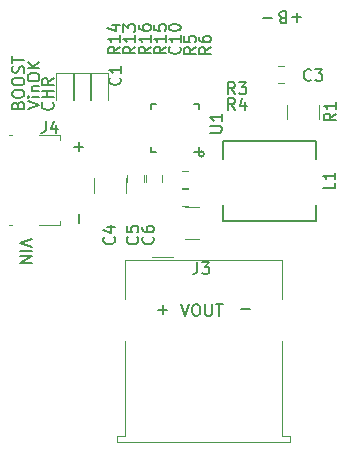
<source format=gbr>
%TF.GenerationSoftware,KiCad,Pcbnew,(5.1.6)-1*%
%TF.CreationDate,2020-10-01T20:51:16-05:00*%
%TF.ProjectId,USB_MP2637,5553425f-4d50-4323-9633-372e6b696361,rev?*%
%TF.SameCoordinates,Original*%
%TF.FileFunction,Legend,Top*%
%TF.FilePolarity,Positive*%
%FSLAX46Y46*%
G04 Gerber Fmt 4.6, Leading zero omitted, Abs format (unit mm)*
G04 Created by KiCad (PCBNEW (5.1.6)-1) date 2020-10-01 20:51:16*
%MOMM*%
%LPD*%
G01*
G04 APERTURE LIST*
%ADD10C,0.150000*%
%ADD11C,0.120000*%
G04 APERTURE END LIST*
D10*
X123103571Y-121021428D02*
X122960714Y-120973809D01*
X122913095Y-120926190D01*
X122865476Y-120830952D01*
X122865476Y-120688095D01*
X122913095Y-120592857D01*
X122960714Y-120545238D01*
X123055952Y-120497619D01*
X123436904Y-120497619D01*
X123436904Y-121497619D01*
X123103571Y-121497619D01*
X123008333Y-121450000D01*
X122960714Y-121402380D01*
X122913095Y-121307142D01*
X122913095Y-121211904D01*
X122960714Y-121116666D01*
X123008333Y-121069047D01*
X123103571Y-121021428D01*
X123436904Y-121021428D01*
X120380952Y-145678571D02*
X119619047Y-145678571D01*
X112971428Y-146130952D02*
X112971428Y-145369047D01*
X113352380Y-145750000D02*
X112590476Y-145750000D01*
X114538095Y-145277380D02*
X114871428Y-146277380D01*
X115204761Y-145277380D01*
X115728571Y-145277380D02*
X115919047Y-145277380D01*
X116014285Y-145325000D01*
X116109523Y-145420238D01*
X116157142Y-145610714D01*
X116157142Y-145944047D01*
X116109523Y-146134523D01*
X116014285Y-146229761D01*
X115919047Y-146277380D01*
X115728571Y-146277380D01*
X115633333Y-146229761D01*
X115538095Y-146134523D01*
X115490476Y-145944047D01*
X115490476Y-145610714D01*
X115538095Y-145420238D01*
X115633333Y-145325000D01*
X115728571Y-145277380D01*
X116585714Y-145277380D02*
X116585714Y-146086904D01*
X116633333Y-146182142D01*
X116680952Y-146229761D01*
X116776190Y-146277380D01*
X116966666Y-146277380D01*
X117061904Y-146229761D01*
X117109523Y-146182142D01*
X117157142Y-146086904D01*
X117157142Y-145277380D01*
X117490476Y-145277380D02*
X118061904Y-145277380D01*
X117776190Y-146277380D02*
X117776190Y-145277380D01*
X103657142Y-128214285D02*
X103704761Y-128261904D01*
X103752380Y-128404761D01*
X103752380Y-128500000D01*
X103704761Y-128642857D01*
X103609523Y-128738095D01*
X103514285Y-128785714D01*
X103323809Y-128833333D01*
X103180952Y-128833333D01*
X102990476Y-128785714D01*
X102895238Y-128738095D01*
X102800000Y-128642857D01*
X102752380Y-128500000D01*
X102752380Y-128404761D01*
X102800000Y-128261904D01*
X102847619Y-128214285D01*
X103752380Y-127785714D02*
X102752380Y-127785714D01*
X103228571Y-127785714D02*
X103228571Y-127214285D01*
X103752380Y-127214285D02*
X102752380Y-127214285D01*
X103752380Y-126166666D02*
X103276190Y-126500000D01*
X103752380Y-126738095D02*
X102752380Y-126738095D01*
X102752380Y-126357142D01*
X102800000Y-126261904D01*
X102847619Y-126214285D01*
X102942857Y-126166666D01*
X103085714Y-126166666D01*
X103180952Y-126214285D01*
X103228571Y-126261904D01*
X103276190Y-126357142D01*
X103276190Y-126738095D01*
X101552380Y-128747619D02*
X102552380Y-128414285D01*
X101552380Y-128080952D01*
X102552380Y-127747619D02*
X101885714Y-127747619D01*
X101552380Y-127747619D02*
X101600000Y-127795238D01*
X101647619Y-127747619D01*
X101600000Y-127700000D01*
X101552380Y-127747619D01*
X101647619Y-127747619D01*
X101885714Y-127271428D02*
X102552380Y-127271428D01*
X101980952Y-127271428D02*
X101933333Y-127223809D01*
X101885714Y-127128571D01*
X101885714Y-126985714D01*
X101933333Y-126890476D01*
X102028571Y-126842857D01*
X102552380Y-126842857D01*
X101552380Y-126176190D02*
X101552380Y-125985714D01*
X101600000Y-125890476D01*
X101695238Y-125795238D01*
X101885714Y-125747619D01*
X102219047Y-125747619D01*
X102409523Y-125795238D01*
X102504761Y-125890476D01*
X102552380Y-125985714D01*
X102552380Y-126176190D01*
X102504761Y-126271428D01*
X102409523Y-126366666D01*
X102219047Y-126414285D01*
X101885714Y-126414285D01*
X101695238Y-126366666D01*
X101600000Y-126271428D01*
X101552380Y-126176190D01*
X102552380Y-125319047D02*
X101552380Y-125319047D01*
X102552380Y-124747619D02*
X101980952Y-125176190D01*
X101552380Y-124747619D02*
X102123809Y-125319047D01*
X100728571Y-128433333D02*
X100776190Y-128290476D01*
X100823809Y-128242857D01*
X100919047Y-128195238D01*
X101061904Y-128195238D01*
X101157142Y-128242857D01*
X101204761Y-128290476D01*
X101252380Y-128385714D01*
X101252380Y-128766666D01*
X100252380Y-128766666D01*
X100252380Y-128433333D01*
X100300000Y-128338095D01*
X100347619Y-128290476D01*
X100442857Y-128242857D01*
X100538095Y-128242857D01*
X100633333Y-128290476D01*
X100680952Y-128338095D01*
X100728571Y-128433333D01*
X100728571Y-128766666D01*
X100252380Y-127576190D02*
X100252380Y-127385714D01*
X100300000Y-127290476D01*
X100395238Y-127195238D01*
X100585714Y-127147619D01*
X100919047Y-127147619D01*
X101109523Y-127195238D01*
X101204761Y-127290476D01*
X101252380Y-127385714D01*
X101252380Y-127576190D01*
X101204761Y-127671428D01*
X101109523Y-127766666D01*
X100919047Y-127814285D01*
X100585714Y-127814285D01*
X100395238Y-127766666D01*
X100300000Y-127671428D01*
X100252380Y-127576190D01*
X100252380Y-126528571D02*
X100252380Y-126338095D01*
X100300000Y-126242857D01*
X100395238Y-126147619D01*
X100585714Y-126100000D01*
X100919047Y-126100000D01*
X101109523Y-126147619D01*
X101204761Y-126242857D01*
X101252380Y-126338095D01*
X101252380Y-126528571D01*
X101204761Y-126623809D01*
X101109523Y-126719047D01*
X100919047Y-126766666D01*
X100585714Y-126766666D01*
X100395238Y-126719047D01*
X100300000Y-126623809D01*
X100252380Y-126528571D01*
X101204761Y-125719047D02*
X101252380Y-125576190D01*
X101252380Y-125338095D01*
X101204761Y-125242857D01*
X101157142Y-125195238D01*
X101061904Y-125147619D01*
X100966666Y-125147619D01*
X100871428Y-125195238D01*
X100823809Y-125242857D01*
X100776190Y-125338095D01*
X100728571Y-125528571D01*
X100680952Y-125623809D01*
X100633333Y-125671428D01*
X100538095Y-125719047D01*
X100442857Y-125719047D01*
X100347619Y-125671428D01*
X100300000Y-125623809D01*
X100252380Y-125528571D01*
X100252380Y-125290476D01*
X100300000Y-125147619D01*
X100252380Y-124861904D02*
X100252380Y-124290476D01*
X101252380Y-124576190D02*
X100252380Y-124576190D01*
X121469047Y-121071428D02*
X122230952Y-121071428D01*
X124328571Y-120619047D02*
X124328571Y-121380952D01*
X123947619Y-121000000D02*
X124709523Y-121000000D01*
X101897619Y-139754761D02*
X100897619Y-140088095D01*
X101897619Y-140421428D01*
X100897619Y-140754761D02*
X101897619Y-140754761D01*
X100897619Y-141230952D02*
X101897619Y-141230952D01*
X100897619Y-141802380D01*
X101897619Y-141802380D01*
X105871428Y-138430952D02*
X105871428Y-137669047D01*
X105494047Y-131971428D02*
X106255952Y-131971428D01*
X105875000Y-132352380D02*
X105875000Y-131590476D01*
D11*
%TO.C,J4*%
X99965000Y-130990000D02*
X100225000Y-130990000D01*
X102505000Y-130990000D02*
X104275000Y-130990000D01*
X104275000Y-130990000D02*
X104275000Y-131370000D01*
X104275000Y-138610000D02*
X102505000Y-138610000D01*
X100225000Y-138610000D02*
X99965000Y-138610000D01*
X104275000Y-138610000D02*
X104275000Y-138230000D01*
%TO.C,D3*%
X108335000Y-127975000D02*
X108335000Y-125690000D01*
X108335000Y-125690000D02*
X106865000Y-125690000D01*
X106865000Y-125690000D02*
X106865000Y-127975000D01*
%TO.C,D2*%
X106885000Y-128000000D02*
X106885000Y-125715000D01*
X106885000Y-125715000D02*
X105415000Y-125715000D01*
X105415000Y-125715000D02*
X105415000Y-128000000D01*
%TO.C,D1*%
X105435000Y-127987500D02*
X105435000Y-125702500D01*
X105435000Y-125702500D02*
X103965000Y-125702500D01*
X103965000Y-125702500D02*
X103965000Y-127987500D01*
%TO.C,R1*%
X123540000Y-128397936D02*
X123540000Y-129602064D01*
X126260000Y-128397936D02*
X126260000Y-129602064D01*
%TO.C,J3*%
X112050000Y-141300000D02*
X113850000Y-141300000D01*
X123760000Y-156480000D02*
X123110000Y-156480000D01*
X109140000Y-156480000D02*
X109140000Y-157000000D01*
X123110000Y-148370000D02*
X123110000Y-156480000D01*
X109140000Y-157000000D02*
X123760000Y-157000000D01*
X123760000Y-157000000D02*
X123760000Y-156480000D01*
X123110000Y-141520000D02*
X123110000Y-144850000D01*
X109790000Y-141520000D02*
X109790000Y-144850000D01*
X109790000Y-141520000D02*
X123110000Y-141520000D01*
X109790000Y-156480000D02*
X109140000Y-156480000D01*
X109790000Y-156480000D02*
X109790000Y-148370000D01*
D10*
%TO.C,U1*%
X116100000Y-132425000D02*
X115650000Y-132425000D01*
X112450000Y-132425000D02*
X112000000Y-132425000D01*
X115650000Y-128325000D02*
X116100000Y-128325000D01*
X112450000Y-128325000D02*
X112000000Y-128325000D01*
X116100000Y-128375000D02*
X116100000Y-128775000D01*
X112000000Y-128375000D02*
X112000000Y-128775000D01*
X112000000Y-132375000D02*
X112000000Y-131975000D01*
X116100000Y-132375000D02*
X116100000Y-131975000D01*
X116473607Y-132575000D02*
G75*
G03*
X116473607Y-132575000I-223607J0D01*
G01*
%TO.C,L1*%
X118050000Y-131475000D02*
X125950000Y-131475000D01*
X125950000Y-138275000D02*
X118050000Y-138275000D01*
X118050000Y-138275000D02*
X118050000Y-136875000D01*
X118050000Y-132975000D02*
X118050000Y-131475000D01*
X125950000Y-138275000D02*
X125950000Y-136875000D01*
X125950000Y-132975000D02*
X125950000Y-131475000D01*
D11*
%TO.C,C9*%
X114616422Y-135540000D02*
X115133578Y-135540000D01*
X114616422Y-136960000D02*
X115133578Y-136960000D01*
%TO.C,C8*%
X114616422Y-134015000D02*
X115133578Y-134015000D01*
X114616422Y-135435000D02*
X115133578Y-135435000D01*
%TO.C,C7*%
X114847936Y-137090000D02*
X116052064Y-137090000D01*
X114847936Y-139810000D02*
X116052064Y-139810000D01*
%TO.C,C6*%
X112960000Y-134391422D02*
X112960000Y-134908578D01*
X111540000Y-134391422D02*
X111540000Y-134908578D01*
%TO.C,C5*%
X111410000Y-134391422D02*
X111410000Y-134908578D01*
X109990000Y-134391422D02*
X109990000Y-134908578D01*
%TO.C,C4*%
X109860000Y-134647936D02*
X109860000Y-135852064D01*
X107140000Y-134647936D02*
X107140000Y-135852064D01*
%TO.C,C3*%
X123258578Y-126585000D02*
X122741422Y-126585000D01*
X123258578Y-125165000D02*
X122741422Y-125165000D01*
%TO.C,J4*%
D10*
X103081666Y-129802380D02*
X103081666Y-130516666D01*
X103034047Y-130659523D01*
X102938809Y-130754761D01*
X102795952Y-130802380D01*
X102700714Y-130802380D01*
X103986428Y-130135714D02*
X103986428Y-130802380D01*
X103748333Y-129754761D02*
X103510238Y-130469047D01*
X104129285Y-130469047D01*
%TO.C,R1*%
X127632380Y-129166666D02*
X127156190Y-129500000D01*
X127632380Y-129738095D02*
X126632380Y-129738095D01*
X126632380Y-129357142D01*
X126680000Y-129261904D01*
X126727619Y-129214285D01*
X126822857Y-129166666D01*
X126965714Y-129166666D01*
X127060952Y-129214285D01*
X127108571Y-129261904D01*
X127156190Y-129357142D01*
X127156190Y-129738095D01*
X127632380Y-128214285D02*
X127632380Y-128785714D01*
X127632380Y-128500000D02*
X126632380Y-128500000D01*
X126775238Y-128595238D01*
X126870476Y-128690476D01*
X126918095Y-128785714D01*
%TO.C,J3*%
X115916666Y-141727380D02*
X115916666Y-142441666D01*
X115869047Y-142584523D01*
X115773809Y-142679761D01*
X115630952Y-142727380D01*
X115535714Y-142727380D01*
X116297619Y-141727380D02*
X116916666Y-141727380D01*
X116583333Y-142108333D01*
X116726190Y-142108333D01*
X116821428Y-142155952D01*
X116869047Y-142203571D01*
X116916666Y-142298809D01*
X116916666Y-142536904D01*
X116869047Y-142632142D01*
X116821428Y-142679761D01*
X116726190Y-142727380D01*
X116440476Y-142727380D01*
X116345238Y-142679761D01*
X116297619Y-142632142D01*
%TO.C,C10*%
X114407142Y-123492857D02*
X114454761Y-123540476D01*
X114502380Y-123683333D01*
X114502380Y-123778571D01*
X114454761Y-123921428D01*
X114359523Y-124016666D01*
X114264285Y-124064285D01*
X114073809Y-124111904D01*
X113930952Y-124111904D01*
X113740476Y-124064285D01*
X113645238Y-124016666D01*
X113550000Y-123921428D01*
X113502380Y-123778571D01*
X113502380Y-123683333D01*
X113550000Y-123540476D01*
X113597619Y-123492857D01*
X114502380Y-122540476D02*
X114502380Y-123111904D01*
X114502380Y-122826190D02*
X113502380Y-122826190D01*
X113645238Y-122921428D01*
X113740476Y-123016666D01*
X113788095Y-123111904D01*
X113502380Y-121921428D02*
X113502380Y-121826190D01*
X113550000Y-121730952D01*
X113597619Y-121683333D01*
X113692857Y-121635714D01*
X113883333Y-121588095D01*
X114121428Y-121588095D01*
X114311904Y-121635714D01*
X114407142Y-121683333D01*
X114454761Y-121730952D01*
X114502380Y-121826190D01*
X114502380Y-121921428D01*
X114454761Y-122016666D01*
X114407142Y-122064285D01*
X114311904Y-122111904D01*
X114121428Y-122159523D01*
X113883333Y-122159523D01*
X113692857Y-122111904D01*
X113597619Y-122064285D01*
X113550000Y-122016666D01*
X113502380Y-121921428D01*
%TO.C,C1*%
X109357142Y-126116666D02*
X109404761Y-126164285D01*
X109452380Y-126307142D01*
X109452380Y-126402380D01*
X109404761Y-126545238D01*
X109309523Y-126640476D01*
X109214285Y-126688095D01*
X109023809Y-126735714D01*
X108880952Y-126735714D01*
X108690476Y-126688095D01*
X108595238Y-126640476D01*
X108500000Y-126545238D01*
X108452380Y-126402380D01*
X108452380Y-126307142D01*
X108500000Y-126164285D01*
X108547619Y-126116666D01*
X109452380Y-125164285D02*
X109452380Y-125735714D01*
X109452380Y-125450000D02*
X108452380Y-125450000D01*
X108595238Y-125545238D01*
X108690476Y-125640476D01*
X108738095Y-125735714D01*
%TO.C,U1*%
X117002380Y-130761904D02*
X117811904Y-130761904D01*
X117907142Y-130714285D01*
X117954761Y-130666666D01*
X118002380Y-130571428D01*
X118002380Y-130380952D01*
X117954761Y-130285714D01*
X117907142Y-130238095D01*
X117811904Y-130190476D01*
X117002380Y-130190476D01*
X118002380Y-129190476D02*
X118002380Y-129761904D01*
X118002380Y-129476190D02*
X117002380Y-129476190D01*
X117145238Y-129571428D01*
X117240476Y-129666666D01*
X117288095Y-129761904D01*
%TO.C,R16*%
X111952380Y-123492857D02*
X111476190Y-123826190D01*
X111952380Y-124064285D02*
X110952380Y-124064285D01*
X110952380Y-123683333D01*
X111000000Y-123588095D01*
X111047619Y-123540476D01*
X111142857Y-123492857D01*
X111285714Y-123492857D01*
X111380952Y-123540476D01*
X111428571Y-123588095D01*
X111476190Y-123683333D01*
X111476190Y-124064285D01*
X111952380Y-122540476D02*
X111952380Y-123111904D01*
X111952380Y-122826190D02*
X110952380Y-122826190D01*
X111095238Y-122921428D01*
X111190476Y-123016666D01*
X111238095Y-123111904D01*
X110952380Y-121683333D02*
X110952380Y-121873809D01*
X111000000Y-121969047D01*
X111047619Y-122016666D01*
X111190476Y-122111904D01*
X111380952Y-122159523D01*
X111761904Y-122159523D01*
X111857142Y-122111904D01*
X111904761Y-122064285D01*
X111952380Y-121969047D01*
X111952380Y-121778571D01*
X111904761Y-121683333D01*
X111857142Y-121635714D01*
X111761904Y-121588095D01*
X111523809Y-121588095D01*
X111428571Y-121635714D01*
X111380952Y-121683333D01*
X111333333Y-121778571D01*
X111333333Y-121969047D01*
X111380952Y-122064285D01*
X111428571Y-122111904D01*
X111523809Y-122159523D01*
%TO.C,R15*%
X113252380Y-123492857D02*
X112776190Y-123826190D01*
X113252380Y-124064285D02*
X112252380Y-124064285D01*
X112252380Y-123683333D01*
X112300000Y-123588095D01*
X112347619Y-123540476D01*
X112442857Y-123492857D01*
X112585714Y-123492857D01*
X112680952Y-123540476D01*
X112728571Y-123588095D01*
X112776190Y-123683333D01*
X112776190Y-124064285D01*
X113252380Y-122540476D02*
X113252380Y-123111904D01*
X113252380Y-122826190D02*
X112252380Y-122826190D01*
X112395238Y-122921428D01*
X112490476Y-123016666D01*
X112538095Y-123111904D01*
X112252380Y-121635714D02*
X112252380Y-122111904D01*
X112728571Y-122159523D01*
X112680952Y-122111904D01*
X112633333Y-122016666D01*
X112633333Y-121778571D01*
X112680952Y-121683333D01*
X112728571Y-121635714D01*
X112823809Y-121588095D01*
X113061904Y-121588095D01*
X113157142Y-121635714D01*
X113204761Y-121683333D01*
X113252380Y-121778571D01*
X113252380Y-122016666D01*
X113204761Y-122111904D01*
X113157142Y-122159523D01*
%TO.C,R14*%
X109352380Y-123492857D02*
X108876190Y-123826190D01*
X109352380Y-124064285D02*
X108352380Y-124064285D01*
X108352380Y-123683333D01*
X108400000Y-123588095D01*
X108447619Y-123540476D01*
X108542857Y-123492857D01*
X108685714Y-123492857D01*
X108780952Y-123540476D01*
X108828571Y-123588095D01*
X108876190Y-123683333D01*
X108876190Y-124064285D01*
X109352380Y-122540476D02*
X109352380Y-123111904D01*
X109352380Y-122826190D02*
X108352380Y-122826190D01*
X108495238Y-122921428D01*
X108590476Y-123016666D01*
X108638095Y-123111904D01*
X108685714Y-121683333D02*
X109352380Y-121683333D01*
X108304761Y-121921428D02*
X109019047Y-122159523D01*
X109019047Y-121540476D01*
%TO.C,R13*%
X110652380Y-123492857D02*
X110176190Y-123826190D01*
X110652380Y-124064285D02*
X109652380Y-124064285D01*
X109652380Y-123683333D01*
X109700000Y-123588095D01*
X109747619Y-123540476D01*
X109842857Y-123492857D01*
X109985714Y-123492857D01*
X110080952Y-123540476D01*
X110128571Y-123588095D01*
X110176190Y-123683333D01*
X110176190Y-124064285D01*
X110652380Y-122540476D02*
X110652380Y-123111904D01*
X110652380Y-122826190D02*
X109652380Y-122826190D01*
X109795238Y-122921428D01*
X109890476Y-123016666D01*
X109938095Y-123111904D01*
X109652380Y-122207142D02*
X109652380Y-121588095D01*
X110033333Y-121921428D01*
X110033333Y-121778571D01*
X110080952Y-121683333D01*
X110128571Y-121635714D01*
X110223809Y-121588095D01*
X110461904Y-121588095D01*
X110557142Y-121635714D01*
X110604761Y-121683333D01*
X110652380Y-121778571D01*
X110652380Y-122064285D01*
X110604761Y-122159523D01*
X110557142Y-122207142D01*
%TO.C,R6*%
X117052380Y-123516666D02*
X116576190Y-123850000D01*
X117052380Y-124088095D02*
X116052380Y-124088095D01*
X116052380Y-123707142D01*
X116100000Y-123611904D01*
X116147619Y-123564285D01*
X116242857Y-123516666D01*
X116385714Y-123516666D01*
X116480952Y-123564285D01*
X116528571Y-123611904D01*
X116576190Y-123707142D01*
X116576190Y-124088095D01*
X116052380Y-122659523D02*
X116052380Y-122850000D01*
X116100000Y-122945238D01*
X116147619Y-122992857D01*
X116290476Y-123088095D01*
X116480952Y-123135714D01*
X116861904Y-123135714D01*
X116957142Y-123088095D01*
X117004761Y-123040476D01*
X117052380Y-122945238D01*
X117052380Y-122754761D01*
X117004761Y-122659523D01*
X116957142Y-122611904D01*
X116861904Y-122564285D01*
X116623809Y-122564285D01*
X116528571Y-122611904D01*
X116480952Y-122659523D01*
X116433333Y-122754761D01*
X116433333Y-122945238D01*
X116480952Y-123040476D01*
X116528571Y-123088095D01*
X116623809Y-123135714D01*
%TO.C,R5*%
X115802380Y-123516666D02*
X115326190Y-123850000D01*
X115802380Y-124088095D02*
X114802380Y-124088095D01*
X114802380Y-123707142D01*
X114850000Y-123611904D01*
X114897619Y-123564285D01*
X114992857Y-123516666D01*
X115135714Y-123516666D01*
X115230952Y-123564285D01*
X115278571Y-123611904D01*
X115326190Y-123707142D01*
X115326190Y-124088095D01*
X114802380Y-122611904D02*
X114802380Y-123088095D01*
X115278571Y-123135714D01*
X115230952Y-123088095D01*
X115183333Y-122992857D01*
X115183333Y-122754761D01*
X115230952Y-122659523D01*
X115278571Y-122611904D01*
X115373809Y-122564285D01*
X115611904Y-122564285D01*
X115707142Y-122611904D01*
X115754761Y-122659523D01*
X115802380Y-122754761D01*
X115802380Y-122992857D01*
X115754761Y-123088095D01*
X115707142Y-123135714D01*
%TO.C,R4*%
X119108333Y-128852380D02*
X118775000Y-128376190D01*
X118536904Y-128852380D02*
X118536904Y-127852380D01*
X118917857Y-127852380D01*
X119013095Y-127900000D01*
X119060714Y-127947619D01*
X119108333Y-128042857D01*
X119108333Y-128185714D01*
X119060714Y-128280952D01*
X119013095Y-128328571D01*
X118917857Y-128376190D01*
X118536904Y-128376190D01*
X119965476Y-128185714D02*
X119965476Y-128852380D01*
X119727380Y-127804761D02*
X119489285Y-128519047D01*
X120108333Y-128519047D01*
%TO.C,R3*%
X119108333Y-127502380D02*
X118775000Y-127026190D01*
X118536904Y-127502380D02*
X118536904Y-126502380D01*
X118917857Y-126502380D01*
X119013095Y-126550000D01*
X119060714Y-126597619D01*
X119108333Y-126692857D01*
X119108333Y-126835714D01*
X119060714Y-126930952D01*
X119013095Y-126978571D01*
X118917857Y-127026190D01*
X118536904Y-127026190D01*
X119441666Y-126502380D02*
X120060714Y-126502380D01*
X119727380Y-126883333D01*
X119870238Y-126883333D01*
X119965476Y-126930952D01*
X120013095Y-126978571D01*
X120060714Y-127073809D01*
X120060714Y-127311904D01*
X120013095Y-127407142D01*
X119965476Y-127454761D01*
X119870238Y-127502380D01*
X119584523Y-127502380D01*
X119489285Y-127454761D01*
X119441666Y-127407142D01*
%TO.C,L1*%
X127552380Y-135016666D02*
X127552380Y-135492857D01*
X126552380Y-135492857D01*
X127552380Y-134159523D02*
X127552380Y-134730952D01*
X127552380Y-134445238D02*
X126552380Y-134445238D01*
X126695238Y-134540476D01*
X126790476Y-134635714D01*
X126838095Y-134730952D01*
%TO.C,C6*%
X112157142Y-139591666D02*
X112204761Y-139639285D01*
X112252380Y-139782142D01*
X112252380Y-139877380D01*
X112204761Y-140020238D01*
X112109523Y-140115476D01*
X112014285Y-140163095D01*
X111823809Y-140210714D01*
X111680952Y-140210714D01*
X111490476Y-140163095D01*
X111395238Y-140115476D01*
X111300000Y-140020238D01*
X111252380Y-139877380D01*
X111252380Y-139782142D01*
X111300000Y-139639285D01*
X111347619Y-139591666D01*
X111252380Y-138734523D02*
X111252380Y-138925000D01*
X111300000Y-139020238D01*
X111347619Y-139067857D01*
X111490476Y-139163095D01*
X111680952Y-139210714D01*
X112061904Y-139210714D01*
X112157142Y-139163095D01*
X112204761Y-139115476D01*
X112252380Y-139020238D01*
X112252380Y-138829761D01*
X112204761Y-138734523D01*
X112157142Y-138686904D01*
X112061904Y-138639285D01*
X111823809Y-138639285D01*
X111728571Y-138686904D01*
X111680952Y-138734523D01*
X111633333Y-138829761D01*
X111633333Y-139020238D01*
X111680952Y-139115476D01*
X111728571Y-139163095D01*
X111823809Y-139210714D01*
%TO.C,C5*%
X110832142Y-139591666D02*
X110879761Y-139639285D01*
X110927380Y-139782142D01*
X110927380Y-139877380D01*
X110879761Y-140020238D01*
X110784523Y-140115476D01*
X110689285Y-140163095D01*
X110498809Y-140210714D01*
X110355952Y-140210714D01*
X110165476Y-140163095D01*
X110070238Y-140115476D01*
X109975000Y-140020238D01*
X109927380Y-139877380D01*
X109927380Y-139782142D01*
X109975000Y-139639285D01*
X110022619Y-139591666D01*
X109927380Y-138686904D02*
X109927380Y-139163095D01*
X110403571Y-139210714D01*
X110355952Y-139163095D01*
X110308333Y-139067857D01*
X110308333Y-138829761D01*
X110355952Y-138734523D01*
X110403571Y-138686904D01*
X110498809Y-138639285D01*
X110736904Y-138639285D01*
X110832142Y-138686904D01*
X110879761Y-138734523D01*
X110927380Y-138829761D01*
X110927380Y-139067857D01*
X110879761Y-139163095D01*
X110832142Y-139210714D01*
%TO.C,C4*%
X108857142Y-139616666D02*
X108904761Y-139664285D01*
X108952380Y-139807142D01*
X108952380Y-139902380D01*
X108904761Y-140045238D01*
X108809523Y-140140476D01*
X108714285Y-140188095D01*
X108523809Y-140235714D01*
X108380952Y-140235714D01*
X108190476Y-140188095D01*
X108095238Y-140140476D01*
X108000000Y-140045238D01*
X107952380Y-139902380D01*
X107952380Y-139807142D01*
X108000000Y-139664285D01*
X108047619Y-139616666D01*
X108285714Y-138759523D02*
X108952380Y-138759523D01*
X107904761Y-138997619D02*
X108619047Y-139235714D01*
X108619047Y-138616666D01*
%TO.C,C3*%
X125558333Y-126282142D02*
X125510714Y-126329761D01*
X125367857Y-126377380D01*
X125272619Y-126377380D01*
X125129761Y-126329761D01*
X125034523Y-126234523D01*
X124986904Y-126139285D01*
X124939285Y-125948809D01*
X124939285Y-125805952D01*
X124986904Y-125615476D01*
X125034523Y-125520238D01*
X125129761Y-125425000D01*
X125272619Y-125377380D01*
X125367857Y-125377380D01*
X125510714Y-125425000D01*
X125558333Y-125472619D01*
X125891666Y-125377380D02*
X126510714Y-125377380D01*
X126177380Y-125758333D01*
X126320238Y-125758333D01*
X126415476Y-125805952D01*
X126463095Y-125853571D01*
X126510714Y-125948809D01*
X126510714Y-126186904D01*
X126463095Y-126282142D01*
X126415476Y-126329761D01*
X126320238Y-126377380D01*
X126034523Y-126377380D01*
X125939285Y-126329761D01*
X125891666Y-126282142D01*
%TD*%
M02*

</source>
